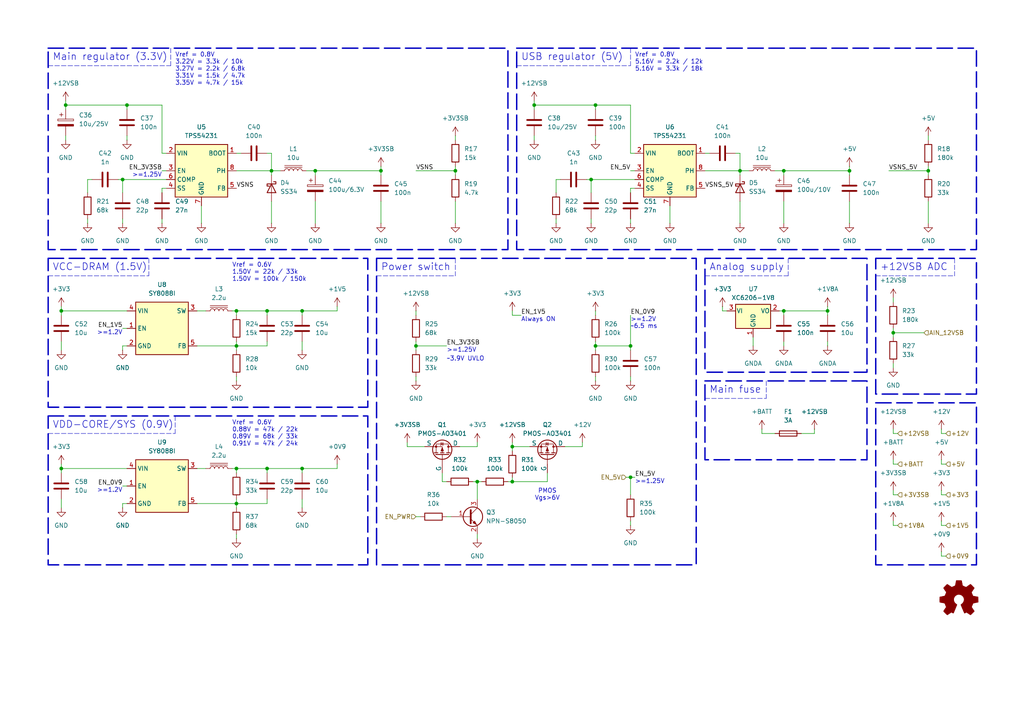
<source format=kicad_sch>
(kicad_sch (version 20231120) (generator "eeschema") (generator_version "8.0")
  (paper "A4")
  (title_block (title "PiVI") (rev "v1.0") (company "kuba2k2"))
  (junction (at 110.49 49.53))
  (junction (at 35.56 52.07))
  (junction (at 78.74 49.53))
  (junction (at 36.83 30.48))
  (junction (at 19.05 30.48))
  (junction (at 154.94 30.48))
  (junction (at 91.44 49.53))
  (junction (at 138.43 139.7))
  (junction (at 132.08 49.53))
  (junction (at 148.59 129.54))
  (junction (at 171.45 52.07))
  (junction (at 214.63 49.53))
  (junction (at 77.47 135.89))
  (junction (at 77.47 90.17))
  (junction (at 17.78 135.89))
  (junction (at 227.33 49.53))
  (junction (at 148.59 139.7))
  (junction (at 240.03 90.17))
  (junction (at 172.72 30.48))
  (junction (at 182.88 100.33))
  (junction (at 68.58 90.17))
  (junction (at 87.63 90.17))
  (junction (at 68.58 146.05))
  (junction (at 120.65 100.33))
  (junction (at 246.38 49.53))
  (junction (at 172.72 100.33))
  (junction (at 87.63 135.89))
  (junction (at 68.58 135.89))
  (junction (at 227.33 90.17))
  (junction (at 68.58 100.33))
  (junction (at 182.88 138.43))
  (junction (at 259.08 96.52))
  (junction (at 269.24 49.53))
  (junction (at 17.78 90.17))
  (wire (pts (xy 118.11 129.54) (xy 118.11 128.27)))
  (wire (pts (xy 220.98 124.46) (xy 220.98 125.73)))
  (wire (pts (xy 120.65 149.86) (xy 121.92 149.86)))
  (wire (pts (xy 161.29 63.5) (xy 161.29 64.77)))
  (wire (pts (xy 226.06 90.17) (xy 227.33 90.17)))
  (wire (pts (xy 77.47 135.89) (xy 87.63 135.89)))
  (wire (pts (xy 36.83 100.33) (xy 35.56 100.33)))
  (wire (pts (xy 68.58 90.17) (xy 67.31 90.17)))
  (wire (pts (xy 36.83 30.48) (xy 36.83 31.75)))
  (polyline (pts (xy 228.6 74.93) (xy 228.6 80.01)) (stroke (width 0.127) (type dash)))
  (wire (pts (xy 35.56 140.97) (xy 36.83 140.97)))
  (wire (pts (xy 17.78 134.62) (xy 17.78 135.89)))
  (wire (pts (xy 163.83 129.54) (xy 168.91 129.54)))
  (wire (pts (xy 274.32 152.4) (xy 273.05 152.4)))
  (wire (pts (xy 17.78 90.17) (xy 17.78 91.44)))
  (wire (pts (xy 120.65 90.17) (xy 120.65 91.44)))
  (wire (pts (xy 132.08 58.42) (xy 132.08 64.77)))
  (wire (pts (xy 227.33 99.06) (xy 227.33 100.33)))
  (wire (pts (xy 259.08 105.41) (xy 259.08 106.68)))
  (wire (pts (xy 57.15 90.17) (xy 59.69 90.17)))
  (wire (pts (xy 138.43 139.7) (xy 138.43 144.78)))
  (wire (pts (xy 259.08 96.52) (xy 259.08 97.79)))
  (wire (pts (xy 57.15 146.05) (xy 68.58 146.05)))
  (wire (pts (xy 172.72 99.06) (xy 172.72 100.33)))
  (wire (pts (xy 35.56 52.07) (xy 35.56 55.88)))
  (wire (pts (xy 214.63 49.53) (xy 214.63 44.45)))
  (wire (pts (xy 46.99 49.53) (xy 48.26 49.53)))
  (wire (pts (xy 269.24 49.53) (xy 269.24 50.8)))
  (wire (pts (xy 232.41 125.73) (xy 236.22 125.73)))
  (wire (pts (xy 260.35 143.51) (xy 259.08 143.51)))
  (wire (pts (xy 34.29 52.07) (xy 35.56 52.07)))
  (wire (pts (xy 269.24 48.26) (xy 269.24 49.53)))
  (wire (pts (xy 158.75 137.16) (xy 158.75 139.7)))
  (wire (pts (xy 218.44 97.79) (xy 218.44 100.33)))
  (wire (pts (xy 77.47 90.17) (xy 77.47 91.44)))
  (wire (pts (xy 46.99 63.5) (xy 46.99 64.77)))
  (wire (pts (xy 273.05 133.35) (xy 273.05 134.62)))
  (wire (pts (xy 68.58 146.05) (xy 68.58 147.32)))
  (polyline (pts (xy 182.88 13.97) (xy 182.88 19.05)) (stroke (width 0.127) (type dash)))
  (wire (pts (xy 87.63 99.06) (xy 87.63 101.6)))
  (wire (pts (xy 182.88 63.5) (xy 182.88 64.77)))
  (wire (pts (xy 213.36 44.45) (xy 214.63 44.45)))
  (wire (pts (xy 35.56 95.25) (xy 36.83 95.25)))
  (wire (pts (xy 182.88 30.48) (xy 182.88 44.45)))
  (wire (pts (xy 17.78 99.06) (xy 17.78 101.6)))
  (wire (pts (xy 68.58 109.22) (xy 68.58 110.49)))
  (wire (pts (xy 246.38 48.26) (xy 246.38 49.53)))
  (wire (pts (xy 138.43 129.54) (xy 138.43 128.27)))
  (wire (pts (xy 214.63 49.53) (xy 217.17 49.53)))
  (wire (pts (xy 91.44 49.53) (xy 110.49 49.53)))
  (wire (pts (xy 129.54 139.7) (xy 128.27 139.7)))
  (wire (pts (xy 273.05 124.46) (xy 273.05 125.73)))
  (wire (pts (xy 35.56 100.33) (xy 35.56 101.6)))
  (polyline (pts (xy 254 80.01) (xy 276.86 80.01)) (stroke (width 0.127) (type dash)))
  (wire (pts (xy 68.58 135.89) (xy 77.47 135.89)))
  (wire (pts (xy 87.63 135.89) (xy 97.79 135.89)))
  (wire (pts (xy 148.59 129.54) (xy 153.67 129.54)))
  (wire (pts (xy 269.24 39.37) (xy 269.24 40.64)))
  (wire (pts (xy 259.08 133.35) (xy 259.08 134.62)))
  (wire (pts (xy 120.65 99.06) (xy 120.65 100.33)))
  (wire (pts (xy 182.88 100.33) (xy 182.88 101.6)))
  (wire (pts (xy 68.58 44.45) (xy 69.85 44.45)))
  (wire (pts (xy 158.75 139.7) (xy 148.59 139.7)))
  (wire (pts (xy 91.44 49.53) (xy 91.44 50.8)))
  (wire (pts (xy 154.94 30.48) (xy 154.94 31.75)))
  (polyline (pts (xy 49.53 13.97) (xy 49.53 19.05)) (stroke (width 0.127) (type dash)))
  (wire (pts (xy 246.38 49.53) (xy 246.38 50.8)))
  (polyline (pts (xy 13.97 80.01) (xy 43.18 80.01)) (stroke (width 0.127) (type dash)))
  (wire (pts (xy 260.35 152.4) (xy 259.08 152.4)))
  (wire (pts (xy 210.82 90.17) (xy 209.55 90.17)))
  (wire (pts (xy 154.94 30.48) (xy 172.72 30.48)))
  (wire (pts (xy 227.33 49.53) (xy 246.38 49.53)))
  (wire (pts (xy 68.58 90.17) (xy 77.47 90.17)))
  (wire (pts (xy 120.65 100.33) (xy 120.65 101.6)))
  (wire (pts (xy 88.9 49.53) (xy 91.44 49.53)))
  (wire (pts (xy 17.78 90.17) (xy 36.83 90.17)))
  (wire (pts (xy 77.47 135.89) (xy 77.47 137.16)))
  (wire (pts (xy 97.79 134.62) (xy 97.79 135.89)))
  (wire (pts (xy 48.26 52.07) (xy 35.56 52.07)))
  (wire (pts (xy 227.33 58.42) (xy 227.33 64.77)))
  (wire (pts (xy 172.72 30.48) (xy 172.72 31.75)))
  (wire (pts (xy 36.83 30.48) (xy 46.99 30.48)))
  (wire (pts (xy 172.72 100.33) (xy 172.72 101.6)))
  (wire (pts (xy 87.63 90.17) (xy 87.63 91.44)))
  (wire (pts (xy 77.47 44.45) (xy 78.74 44.45)))
  (wire (pts (xy 148.59 129.54) (xy 148.59 128.27)))
  (wire (pts (xy 194.31 59.69) (xy 194.31 64.77)))
  (wire (pts (xy 57.15 100.33) (xy 68.58 100.33)))
  (wire (pts (xy 132.08 39.37) (xy 132.08 40.64)))
  (wire (pts (xy 259.08 151.13) (xy 259.08 152.4)))
  (wire (pts (xy 273.05 143.51) (xy 273.05 142.24)))
  (wire (pts (xy 204.47 49.53) (xy 214.63 49.53)))
  (wire (pts (xy 148.59 139.7) (xy 148.59 138.43)))
  (wire (pts (xy 154.94 29.21) (xy 154.94 30.48)))
  (wire (pts (xy 171.45 52.07) (xy 171.45 55.88)))
  (wire (pts (xy 87.63 135.89) (xy 87.63 137.16)))
  (wire (pts (xy 19.05 39.37) (xy 19.05 40.64)))
  (wire (pts (xy 58.42 59.69) (xy 58.42 64.77)))
  (wire (pts (xy 182.88 44.45) (xy 184.15 44.45)))
  (wire (pts (xy 68.58 100.33) (xy 68.58 101.6)))
  (wire (pts (xy 68.58 146.05) (xy 77.47 146.05)))
  (wire (pts (xy 236.22 124.46) (xy 236.22 125.73)))
  (wire (pts (xy 168.91 129.54) (xy 168.91 128.27)))
  (wire (pts (xy 224.79 49.53) (xy 227.33 49.53)))
  (wire (pts (xy 68.58 49.53) (xy 78.74 49.53)))
  (wire (pts (xy 273.05 161.29) (xy 273.05 160.02)))
  (wire (pts (xy 182.88 54.61) (xy 182.88 55.88)))
  (wire (pts (xy 181.61 138.43) (xy 182.88 138.43)))
  (wire (pts (xy 110.49 49.53) (xy 110.49 50.8)))
  (wire (pts (xy 17.78 135.89) (xy 17.78 137.16)))
  (wire (pts (xy 172.72 100.33) (xy 182.88 100.33)))
  (wire (pts (xy 182.88 109.22) (xy 182.88 110.49)))
  (wire (pts (xy 35.56 63.5) (xy 35.56 64.77)))
  (wire (pts (xy 259.08 96.52) (xy 267.97 96.52)))
  (wire (pts (xy 138.43 139.7) (xy 139.7 139.7)))
  (wire (pts (xy 68.58 90.17) (xy 68.58 91.44)))
  (wire (pts (xy 184.15 54.61) (xy 182.88 54.61)))
  (polyline (pts (xy 13.97 19.05) (xy 49.53 19.05)) (stroke (width 0.127) (type dash)))
  (wire (pts (xy 35.56 146.05) (xy 35.56 147.32)))
  (wire (pts (xy 46.99 30.48) (xy 46.99 44.45)))
  (wire (pts (xy 148.59 91.44) (xy 148.59 90.17)))
  (wire (pts (xy 259.08 143.51) (xy 259.08 142.24)))
  (wire (pts (xy 17.78 135.89) (xy 36.83 135.89)))
  (wire (pts (xy 68.58 144.78) (xy 68.58 146.05)))
  (wire (pts (xy 123.19 129.54) (xy 118.11 129.54)))
  (polyline (pts (xy 13.97 125.73) (xy 50.8 125.73)) (stroke (width 0.127) (type dash)))
  (wire (pts (xy 17.78 144.78) (xy 17.78 147.32)))
  (polyline (pts (xy 109.22 80.01) (xy 132.08 80.01)) (stroke (width 0.127) (type dash)))
  (polyline (pts (xy 43.18 74.93) (xy 43.18 80.01)) (stroke (width 0.127) (type dash)))
  (wire (pts (xy 48.26 54.61) (xy 46.99 54.61)))
  (polyline (pts (xy 276.86 74.93) (xy 276.86 80.01)) (stroke (width 0.127) (type dash)))
  (wire (pts (xy 170.18 52.07) (xy 171.45 52.07)))
  (wire (pts (xy 171.45 63.5) (xy 171.45 64.77)))
  (wire (pts (xy 19.05 30.48) (xy 36.83 30.48)))
  (wire (pts (xy 227.33 90.17) (xy 227.33 91.44)))
  (wire (pts (xy 68.58 135.89) (xy 67.31 135.89)))
  (wire (pts (xy 227.33 49.53) (xy 227.33 50.8)))
  (wire (pts (xy 172.72 30.48) (xy 182.88 30.48)))
  (wire (pts (xy 273.05 134.62) (xy 274.32 134.62)))
  (wire (pts (xy 68.58 154.94) (xy 68.58 156.21)))
  (wire (pts (xy 273.05 152.4) (xy 273.05 151.13)))
  (wire (pts (xy 78.74 49.53) (xy 78.74 50.8)))
  (wire (pts (xy 240.03 90.17) (xy 240.03 91.44)))
  (wire (pts (xy 36.83 146.05) (xy 35.56 146.05)))
  (wire (pts (xy 68.58 135.89) (xy 68.58 137.16)))
  (wire (pts (xy 77.47 144.78) (xy 77.47 146.05)))
  (wire (pts (xy 25.4 63.5) (xy 25.4 64.77)))
  (wire (pts (xy 274.32 143.51) (xy 273.05 143.51)))
  (wire (pts (xy 138.43 154.94) (xy 138.43 156.21)))
  (polyline (pts (xy 50.8 120.65) (xy 50.8 125.73)) (stroke (width 0.127) (type dash)))
  (wire (pts (xy 257.81 49.53) (xy 269.24 49.53)))
  (wire (pts (xy 68.58 100.33) (xy 77.47 100.33)))
  (wire (pts (xy 77.47 90.17) (xy 87.63 90.17)))
  (wire (pts (xy 214.63 58.42) (xy 214.63 64.77)))
  (wire (pts (xy 182.88 151.13) (xy 182.88 152.4)))
  (wire (pts (xy 204.47 44.45) (xy 205.74 44.45)))
  (wire (pts (xy 78.74 49.53) (xy 81.28 49.53)))
  (wire (pts (xy 172.72 39.37) (xy 172.72 40.64)))
  (polyline (pts (xy 204.47 80.01) (xy 228.6 80.01)) (stroke (width 0.127) (type dash)))
  (wire (pts (xy 184.15 52.07) (xy 171.45 52.07)))
  (wire (pts (xy 97.79 88.9) (xy 97.79 90.17)))
  (wire (pts (xy 148.59 129.54) (xy 148.59 130.81)))
  (wire (pts (xy 259.08 95.25) (xy 259.08 96.52)))
  (wire (pts (xy 110.49 48.26) (xy 110.49 49.53)))
  (wire (pts (xy 57.15 135.89) (xy 59.69 135.89)))
  (wire (pts (xy 25.4 52.07) (xy 25.4 55.88)))
  (wire (pts (xy 154.94 39.37) (xy 154.94 40.64)))
  (wire (pts (xy 240.03 99.06) (xy 240.03 100.33)))
  (wire (pts (xy 120.65 49.53) (xy 132.08 49.53)))
  (wire (pts (xy 161.29 52.07) (xy 162.56 52.07)))
  (wire (pts (xy 269.24 58.42) (xy 269.24 64.77)))
  (wire (pts (xy 68.58 99.06) (xy 68.58 100.33)))
  (wire (pts (xy 46.99 44.45) (xy 48.26 44.45)))
  (wire (pts (xy 147.32 139.7) (xy 148.59 139.7)))
  (wire (pts (xy 209.55 88.9) (xy 209.55 90.17)))
  (wire (pts (xy 78.74 58.42) (xy 78.74 64.77)))
  (wire (pts (xy 120.65 100.33) (xy 129.54 100.33)))
  (wire (pts (xy 133.35 129.54) (xy 138.43 129.54)))
  (wire (pts (xy 17.78 88.9) (xy 17.78 90.17)))
  (wire (pts (xy 132.08 48.26) (xy 132.08 49.53)))
  (wire (pts (xy 259.08 134.62) (xy 260.35 134.62)))
  (wire (pts (xy 224.79 125.73) (xy 220.98 125.73)))
  (polyline (pts (xy 132.08 74.93) (xy 132.08 80.01)) (stroke (width 0.127) (type dash)))
  (wire (pts (xy 182.88 138.43) (xy 184.15 138.43)))
  (wire (pts (xy 110.49 58.42) (xy 110.49 64.77)))
  (wire (pts (xy 87.63 144.78) (xy 87.63 147.32)))
  (wire (pts (xy 260.35 125.73) (xy 259.08 125.73)))
  (wire (pts (xy 25.4 52.07) (xy 26.67 52.07)))
  (wire (pts (xy 172.72 90.17) (xy 172.72 91.44)))
  (wire (pts (xy 246.38 58.42) (xy 246.38 64.77)))
  (wire (pts (xy 259.08 125.73) (xy 259.08 124.46)))
  (wire (pts (xy 148.59 91.44) (xy 151.13 91.44)))
  (wire (pts (xy 36.83 39.37) (xy 36.83 40.64)))
  (wire (pts (xy 240.03 88.9) (xy 240.03 90.17)))
  (wire (pts (xy 128.27 137.16) (xy 128.27 139.7)))
  (wire (pts (xy 132.08 49.53) (xy 132.08 50.8)))
  (wire (pts (xy 161.29 52.07) (xy 161.29 55.88)))
  (wire (pts (xy 78.74 49.53) (xy 78.74 44.45)))
  (wire (pts (xy 227.33 90.17) (xy 240.03 90.17)))
  (wire (pts (xy 274.32 161.29) (xy 273.05 161.29)))
  (wire (pts (xy 172.72 109.22) (xy 172.72 110.49)))
  (wire (pts (xy 182.88 91.44) (xy 182.88 100.33)))
  (wire (pts (xy 87.63 90.17) (xy 97.79 90.17)))
  (polyline (pts (xy 149.86 19.05) (xy 182.88 19.05)) (stroke (width 0.127) (type dash)))
  (wire (pts (xy 129.54 149.86) (xy 130.81 149.86)))
  (wire (pts (xy 259.08 86.36) (xy 259.08 87.63)))
  (wire (pts (xy 19.05 30.48) (xy 19.05 31.75)))
  (wire (pts (xy 91.44 58.42) (xy 91.44 64.77)))
  (wire (pts (xy 214.63 49.53) (xy 214.63 50.8)))
  (wire (pts (xy 273.05 125.73) (xy 274.32 125.73)))
  (wire (pts (xy 46.99 54.61) (xy 46.99 55.88)))
  (polyline (pts (xy 204.47 115.57) (xy 222.25 115.57)) (stroke (width 0.127) (type dash)))
  (wire (pts (xy 182.88 49.53) (xy 184.15 49.53)))
  (polyline (pts (xy 222.25 110.49) (xy 222.25 115.57)) (stroke (width 0.127) (type dash)))
  (wire (pts (xy 19.05 29.21) (xy 19.05 30.48)))
  (wire (pts (xy 182.88 143.51) (xy 182.88 138.43)))
  (wire (pts (xy 77.47 99.06) (xy 77.47 100.33)))
  (wire (pts (xy 137.16 139.7) (xy 138.43 139.7)))
  (wire (pts (xy 120.65 109.22) (xy 120.65 110.49)))
  (rectangle (start 13.97 120.65) (end 106.68 163.83) (stroke (width 0.4064) (type dash)))
  (rectangle (start 13.97 74.93) (end 106.68 118.11) (stroke (width 0.4064) (type dash)))
  (rectangle (start 254 74.93) (end 283.21 114.3) (stroke (width 0.4064) (type dash)))
  (rectangle (start 109.22 74.93) (end 201.93 163.83) (stroke (width 0.4064) (type dash)))
  (rectangle (start 254 116.84) (end 283.21 163.83) (stroke (width 0.4064) (type dash)))
  (rectangle (start 204.47 110.49) (end 251.46 133.35) (stroke (width 0.4064) (type dash)))
  (rectangle (start 13.97 13.97) (end 147.32 72.39) (stroke (width 0.4064) (type dash)))
  (rectangle (start 149.86 13.97) (end 283.21 72.39) (stroke (width 0.4064) (type dash)))
  (rectangle (start 204.47 74.93) (end 251.46 107.95) (stroke (width 0.4064) (type dash)))
  (text ">=1.2V" (at 35.56 142.24 0) (effects (font (size 1.27 1.27)) (justify right)))
  (text "Analog supply" (at 205.74 78.74 0) (effects (font (size 2.032 2.032)) (justify left bottom)))
  (text ">=1.2V" (at 35.56 96.52 0) (effects (font (size 1.27 1.27)) (justify right)))
  (text "USB regulator (5V)" (at 151.13 17.78 0) (effects (font (size 2.032 2.032)) (justify left bottom)))
  (text "Main regulator (3.3V)" (at 15.24 17.78 0) (effects (font (size 2.032 2.032)) (justify left bottom)))
  (text ">=1.25V" (at 129.54 101.6 0) (effects (font (size 1.27 1.27)) (justify left)))
  (text "VDD-CORE/SYS (0.9V)" (at 15.24 124.46 0) (effects (font (size 2.032 2.032)) (justify left bottom)))
  (text "VCC-DRAM (1.5V)" (at 15.24 78.74 0) (effects (font (size 2.032 2.032)) (justify left bottom)))
  (text ">=1.2V" (at 182.88 92.71 0) (effects (font (size 1.27 1.27)) (justify left)))
  (text "~3.9V UVLO" (at 129.54 104.14 0) (effects (font (size 1.27 1.27)) (justify left)))
  (text "PMOS\nVgs>6V" (at 158.75 143.51 0) (effects (font (size 1.27 1.27))))
  (text "Main fuse" (at 205.74 114.3 0) (effects (font (size 2.032 2.032)) (justify left bottom)))
  (text "Vref = 0.8V\n5.16V = 2.2k / 12k\n5.16V = 3.3k / 18k" (at 184.15 15.24 0) (effects (font (size 1.27 1.27)) (justify left top)))
  (text "Power switch" (at 110.49 78.74 0) (effects (font (size 2.032 2.032)) (justify left bottom)))
  (text ">=1.25V" (at 46.99 50.8 0) (effects (font (size 1.27 1.27)) (justify right)))
  (text "Always ON" (at 151.13 92.71 0) (effects (font (size 1.27 1.27)) (justify left)))
  (text "Vref = 0.6V\n1.50V = 22k / 33k\n1.50V = 100k / 150k" (at 67.31 76.2 0) (effects (font (size 1.27 1.27)) (justify left top)))
  (text "Vref = 0.8V\n3.22V = 3.3k / 10k\n3.27V = 2.2k / 6.8k\n3.31V = 1.5k / 4.7k\n3.35V = 4.7k / 15k" (at 50.8 15.24 0) (effects (font (size 1.27 1.27)) (justify left top)))
  (text ">=1.25V" (at 184.15 139.7 0) (effects (font (size 1.27 1.27)) (justify left)))
  (text "~6.5 ms" (at 182.88 93.98 0) (effects (font (size 1.27 1.27)) (justify left top)))
  (text "+12VSB ADC" (at 255.27 78.74 0) (effects (font (size 2.032 2.032)) (justify left bottom)))
  (text "Vref = 0.6V\n0.88V = 47k / 22k\n0.89V = 68k / 33k\n0.91V = 47k / 24k" (at 67.31 121.92 0) (effects (font (size 1.27 1.27)) (justify left top)))
  (label "VSNS_5V" (at 257.81 49.53 0))
  (label "EN_3V3SB" (at 129.54 100.33 0))
  (label "VSNS" (at 120.65 49.53 0))
  (label "EN_5V" (at 184.15 138.43 0))
  (label "EN_3V3SB" (at 46.99 49.53 180))
  (label "EN_1V5" (at 151.13 91.44 0))
  (label "VSNS_5V" (at 204.47 54.61 0))
  (label "EN_0V9" (at 182.88 91.44 0))
  (label "EN_1V5" (at 35.56 95.25 180))
  (label "VSNS" (at 68.58 54.61 0))
  (label "EN_0V9" (at 35.56 140.97 180))
  (label "EN_5V" (at 182.88 49.53 180))
  (hierarchical_label "+1V8A" (shape input) (at 260.35 152.4 0))
  (hierarchical_label "+3V3" (shape input) (at 274.32 143.51 0))
  (hierarchical_label "EN_PWR" (shape input) (at 120.65 149.86 180))
  (hierarchical_label "+0V9" (shape input) (at 274.32 161.29 0))
  (hierarchical_label "+3V3SB" (shape input) (at 260.35 143.51 0))
  (hierarchical_label "+12V" (shape input) (at 274.32 125.73 0))
  (hierarchical_label "+BATT" (shape input) (at 260.35 134.62 0))
  (hierarchical_label "+1V5" (shape input) (at 274.32 152.4 0))
  (hierarchical_label "+5V" (shape input) (at 274.32 134.62 0))
  (hierarchical_label "EN_5V" (shape input) (at 181.61 138.43 180))
  (hierarchical_label "AIN_12VSB" (shape input) (at 267.97 96.52 0))
  (hierarchical_label "+12VSB" (shape input) (at 260.35 125.73 0))
  (symbol (lib_id "power:GND") (at 132.08 64.77 0) (unit 1)
    (property "Reference" "#PWR0129" (effects (hide yes)))
    (property "Value" "GND" (at 132.08 69.85 0))
    (property "Description" "Power symbol creates a global label with name \"GND\" , ground" (effects (hide yes)))
  )
  (symbol (lib_id "kuba2k2:+12VSB") (at 236.22 124.46 0) (unit 1)
    (property "Reference" "#PWR0158" (effects (hide yes)))
    (property "Value" "+12VSB" (at 236.22 119.38 0))
    (property "Description" "Power symbol creates a global label with name \"+12VSB\"" (effects (hide yes)))
  )
  (symbol (lib_id "power:GND") (at 35.56 147.32 0) (unit 1)
    (property "Reference" "#PWR0172" (effects (hide yes)))
    (property "Value" "GND" (at 35.56 152.4 0))
    (property "Description" "Power symbol creates a global label with name \"GND\" , ground" (effects (hide yes)))
  )
  (symbol (lib_id "power:GND") (at 171.45 64.77 0) (unit 1)
    (property "Reference" "#PWR0131" (effects (hide yes)))
    (property "Value" "GND" (at 171.45 69.85 0))
    (property "Description" "Power symbol creates a global label with name \"GND\" , ground" (effects (hide yes)))
  )
  (symbol (lib_id "Device:C") (at 87.63 95.25 0) (unit 1)
    (property "Reference" "C54" (at 91.44 93.9799 0) (effects (justify left)))
    (property "Value" "10u" (at 91.44 96.5199 0) (effects (justify left)))
    (property "Footprint" "Capacitor_SMD:C_0603_1608Metric" (effects (hide yes)))
    (property "Description" "Unpolarized capacitor" (effects (hide yes)))
    (property "MPN" "C19702" (effects (hide yes)))
  )
  (symbol (lib_id "power:GND") (at 68.58 110.49 0) (unit 1)
    (property "Reference" "#PWR0153" (effects (hide yes)))
    (property "Value" "GND" (at 68.58 115.57 0))
    (property "Description" "Power symbol creates a global label with name \"GND\" , ground" (effects (hide yes)))
  )
  (symbol (lib_id "power:GND") (at 172.72 40.64 0) (unit 1)
    (property "Reference" "#PWR0119" (effects (hide yes)))
    (property "Value" "GND" (at 172.72 45.72 0))
    (property "Description" "Power symbol creates a global label with name \"GND\" , ground" (effects (hide yes)))
  )
  (symbol (lib_id "Device:L_Iron") (at 63.5 90.17 90) (unit 1)
    (property "Reference" "L3" (at 63.5 83.82 90))
    (property "Value" "2.2u" (at 63.5 86.36 90))
    (property "Footprint" "Inductor_SMD:L_Sunlord_SWPA3015S" (effects (hide yes)))
    (property "Description" "Inductor with iron core" (effects (hide yes)))
    (property "MPN" "C43389" (effects (hide yes)))
  )
  (symbol (lib_id "Device:L_Iron") (at 220.98 49.53 90) (unit 1)
    (property "Reference" "L2" (at 220.98 43.18 90))
    (property "Value" "10u" (at 220.98 45.72 90))
    (property "Footprint" "Inductor_SMD:L_Changjiang_FNR4020S" (effects (hide yes)))
    (property "Description" "Inductor with iron core" (effects (hide yes)))
    (property "Var" "Power 12V(+!) 12VOTG(+!) *(-!)" (effects (hide yes)))
    (property "MPN" "C602032" (effects (hide yes)))
  )
  (symbol (lib_id "kuba2k2:+12VSB") (at 19.05 29.21 0) (unit 1)
    (property "Reference" "#PWR0112" (effects (hide yes)))
    (property "Value" "+12VSB" (at 19.05 24.13 0))
    (property "Description" "Power symbol creates a global label with name \"+12VSB\"" (effects (hide yes)))
  )
  (symbol (lib_id "Device:C_Polarized") (at 227.33 54.61 0) (unit 1)
    (property "Reference" "C46" (at 231.14 52.4509 0) (effects (justify left)))
    (property "Value" "100u/10V" (at 231.14 54.9909 0) (effects (justify left)))
    (property "Footprint" "Capacitor_Tantalum_SMD:CP_EIA-3528-21_Kemet-B" (effects (hide yes)))
    (property "Description" "Polarized capacitor" (effects (hide yes)))
    (property "MPN" "C129567" (effects (hide yes)))
  )
  (symbol (lib_id "power:+5V") (at 246.38 48.26 0) (unit 1)
    (property "Reference" "#PWR0121" (effects (hide yes)))
    (property "Value" "+5V" (at 246.38 43.18 0))
    (property "Description" "Power symbol creates a global label with name \"+5V\"" (effects (hide yes)))
  )
  (symbol (lib_id "Device:C") (at 172.72 35.56 0) (unit 1)
    (property "Reference" "C39" (at 176.53 34.2899 0) (effects (justify left)))
    (property "Value" "100n" (at 176.53 36.8299 0) (effects (justify left)))
    (property "Footprint" "Capacitor_SMD:C_0603_1608Metric" (effects (hide yes)))
    (property "Description" "Unpolarized capacitor" (effects (hide yes)))
    (property "Var" "Power 12V(+!) 12VOTG(+!) *(-!)" (effects (hide yes)))
    (property "MPN" "C14663" (effects (hide yes)))
  )
  (symbol (lib_id "power:+5V") (at 273.05 133.35 0) (unit 1)
    (property "Reference" "#PWR0166" (effects (hide yes)))
    (property "Value" "+5V" (at 273.05 128.27 0))
    (property "Description" "Power symbol creates a global label with name \"+5V\"" (effects (hide yes)))
  )
  (symbol (lib_name "Q_PMOS_GSD_1") (lib_id "Device:Q_PMOS_GSD") (at 128.27 132.08 270) (mirror x) (unit 1)
    (property "Reference" "Q1" (at 128.27 123.19 90))
    (property "Value" "PMOS-AO3401" (at 128.27 125.73 90))
    (property "Footprint" "Package_TO_SOT_SMD:SOT-23" (effects (hide yes)))
    (property "Description" "P-MOSFET transistor, gate/source/drain" (effects (hide yes)))
    (property "MPN" "C20628875" (effects (hide yes)))
  )
  (symbol (lib_id "power:GND") (at 91.44 64.77 0) (unit 1)
    (property "Reference" "#PWR0127" (effects (hide yes)))
    (property "Value" "GND" (at 91.44 69.85 0))
    (property "Description" "Power symbol creates a global label with name \"GND\" , ground" (effects (hide yes)))
  )
  (symbol (lib_id "power:GND") (at 78.74 64.77 0) (unit 1)
    (property "Reference" "#PWR0126" (effects (hide yes)))
    (property "Value" "GND" (at 78.74 69.85 0))
    (property "Description" "Power symbol creates a global label with name \"GND\" , ground" (effects (hide yes)))
  )
  (symbol (lib_id "power:GND") (at 87.63 147.32 0) (unit 1)
    (property "Reference" "#PWR0173" (effects (hide yes)))
    (property "Value" "GND" (at 87.63 152.4 0))
    (property "Description" "Power symbol creates a global label with name \"GND\" , ground" (effects (hide yes)))
  )
  (symbol (lib_id "Device:R") (at 269.24 44.45 180) (unit 1)
    (property "Reference" "R18" (at 271.78 43.1799 0) (effects (justify right)))
    (property "Value" "180k" (at 271.78 45.7199 0) (effects (justify right)))
    (property "Footprint" "Resistor_SMD:R_0603_1608Metric" (effects (hide yes)))
    (property "Description" "Resistor" (effects (hide yes)))
    (property "Var" "Power 12V(+!) 12VOTG(+!) *(-!)" (effects (hide yes)))
    (property "MPN" "C2907109" (effects (hide yes)))
  )
  (symbol (lib_id "Device:C") (at 77.47 140.97 0) (unit 1)
    (property "Reference" "C59" (at 81.28 139.6999 0) (effects (justify left)))
    (property "Value" "22p" (at 81.28 142.2399 0) (effects (justify left)))
    (property "Footprint" "Capacitor_SMD:C_0603_1608Metric" (effects (hide yes)))
    (property "Description" "Unpolarized capacitor" (effects (hide yes)))
    (property "MPN" "C105620" (effects (hide yes)))
  )
  (symbol (lib_id "kuba2k2:+0V9") (at 97.79 134.62 0) (unit 1)
    (property "Reference" "#PWR0168" (effects (hide yes)))
    (property "Value" "+0V9" (at 97.79 129.54 0))
    (property "Description" "Power symbol creates a global label with name \"+0V9\"" (effects (hide yes)))
  )
  (symbol (lib_id "power:GND") (at 35.56 101.6 0) (unit 1)
    (property "Reference" "#PWR0150" (effects (hide yes)))
    (property "Value" "GND" (at 35.56 106.68 0))
    (property "Description" "Power symbol creates a global label with name \"GND\" , ground" (effects (hide yes)))
  )
  (symbol (lib_id "Device:R") (at 133.35 139.7 90) (unit 1)
    (property "Reference" "R32" (at 133.35 133.35 90))
    (property "Value" "100k" (at 133.35 135.89 90))
    (property "Footprint" "Resistor_SMD:R_0603_1608Metric" (effects (hide yes)))
    (property "Description" "Resistor" (effects (hide yes)))
    (property "MPN" "C2907088" (effects (hide yes)))
  )
  (symbol (lib_id "Device:R") (at 269.24 54.61 180) (unit 1)
    (property "Reference" "R20" (at 271.78 53.3399 0) (effects (justify right)))
    (property "Value" "33k" (at 271.78 55.8799 0) (effects (justify right)))
    (property "Footprint" "Resistor_SMD:R_0603_1608Metric" (effects (hide yes)))
    (property "Description" "Resistor" (effects (hide yes)))
    (property "Var" "Power 12V(+!) 12VOTG(+!) *(-!)" (effects (hide yes)))
    (property "MPN" "C2907153" (effects (hide yes)))
  )
  (symbol (lib_id "Device:C") (at 182.88 105.41 0) (unit 1)
    (property "Reference" "C57" (at 186.69 104.1399 0) (effects (justify left)))
    (property "Value" "100n" (at 186.69 106.6799 0) (effects (justify left)))
    (property "Footprint" "Capacitor_SMD:C_0603_1608Metric" (effects (hide yes)))
    (property "Description" "Unpolarized capacitor" (effects (hide yes)))
    (property "MPN" "C14663" (effects (hide yes)))
  )
  (symbol (lib_id "Device:C") (at 30.48 52.07 270) (unit 1)
    (property "Reference" "C42" (at 30.48 44.45 90))
    (property "Value" "1n" (at 30.48 46.99 90))
    (property "Footprint" "Capacitor_SMD:C_0603_1608Metric" (effects (hide yes)))
    (property "Description" "Unpolarized capacitor" (effects (hide yes)))
    (property "MPN" "C100040" (effects (hide yes)))
  )
  (symbol (lib_id "Device:C") (at 154.94 35.56 0) (unit 1)
    (property "Reference" "C38" (at 158.75 34.2899 0) (effects (justify left)))
    (property "Value" "10u/25V" (at 158.75 36.8299 0) (effects (justify left)))
    (property "Footprint" "Capacitor_SMD:C_0805_2012Metric" (effects (hide yes)))
    (property "Description" "Unpolarized capacitor" (effects (hide yes)))
    (property "Var" "Power 12V(+!) 12VOTG(+!) *(-!)" (effects (hide yes)))
    (property "MPN" "C15850" (effects (hide yes)))
  )
  (symbol (lib_id "power:+12V") (at 273.05 124.46 0) (unit 1)
    (property "Reference" "#PWR0160" (effects (hide yes)))
    (property "Value" "+12V" (at 273.05 119.38 0))
    (property "Description" "Power symbol creates a global label with name \"+12V\"" (effects (hide yes)))
  )
  (symbol (lib_id "Device:C") (at 87.63 140.97 0) (unit 1)
    (property "Reference" "C60" (at 91.44 139.6999 0) (effects (justify left)))
    (property "Value" "10u" (at 91.44 142.2399 0) (effects (justify left)))
    (property "Footprint" "Capacitor_SMD:C_0603_1608Metric" (effects (hide yes)))
    (property "Description" "Unpolarized capacitor" (effects (hide yes)))
    (property "MPN" "C19702" (effects (hide yes)))
  )
  (symbol (lib_id "power:+3V3") (at 17.78 88.9 0) (unit 1)
    (property "Reference" "#PWR0139" (effects (hide yes)))
    (property "Value" "+3V3" (at 17.78 83.82 0))
    (property "Description" "Power symbol creates a global label with name \"+3V3\"" (effects (hide yes)))
  )
  (symbol (lib_id "Device:C") (at 73.66 44.45 90) (unit 1)
    (property "Reference" "C40" (at 73.66 36.83 90))
    (property "Value" "100n" (at 73.66 39.37 90))
    (property "Footprint" "Capacitor_SMD:C_0603_1608Metric" (effects (hide yes)))
    (property "Description" "Unpolarized capacitor" (effects (hide yes)))
    (property "MPN" "C14663" (effects (hide yes)))
  )
  (symbol (lib_id "power:GNDA") (at 227.33 100.33 0) (unit 1)
    (property "Reference" "#PWR0147" (effects (hide yes)))
    (property "Value" "GNDA" (at 227.33 105.41 0))
    (property "Description" "Power symbol creates a global label with name \"GNDA\" , analog ground" (effects (hide yes)))
  )
  (symbol (lib_id "power:GND") (at 182.88 64.77 0) (unit 1)
    (property "Reference" "#PWR0132" (effects (hide yes)))
    (property "Value" "GND" (at 182.88 69.85 0))
    (property "Description" "Power symbol creates a global label with name \"GND\" , ground" (effects (hide yes)))
  )
  (symbol (lib_id "power:GND") (at 19.05 40.64 0) (unit 1)
    (property "Reference" "#PWR0116" (effects (hide yes)))
    (property "Value" "GND" (at 19.05 45.72 0))
    (property "Description" "Power symbol creates a global label with name \"GND\" , ground" (effects (hide yes)))
  )
  (symbol (lib_id "kuba2k2:+3V3SB") (at 110.49 48.26 0) (unit 1)
    (property "Reference" "#PWR0120" (effects (hide yes)))
    (property "Value" "+3V3SB" (at 110.49 43.18 0))
    (property "Description" "Power symbol creates a global label with name \"+3V3SB\"" (effects (hide yes)))
  )
  (symbol (lib_id "Device:C") (at 240.03 95.25 0) (unit 1)
    (property "Reference" "C56" (at 243.84 93.9799 0) (effects (justify left)))
    (property "Value" "10u" (at 243.84 96.5199 0) (effects (justify left)))
    (property "Footprint" "Capacitor_SMD:C_0603_1608Metric" (effects (hide yes)))
    (property "Description" "Unpolarized capacitor" (effects (hide yes)))
    (property "MPN" "C19702" (effects (hide yes)))
  )
  (symbol (lib_id "Device:C") (at 17.78 95.25 0) (unit 1)
    (property "Reference" "C52" (at 21.59 93.9799 0) (effects (justify left)))
    (property "Value" "10u" (at 21.59 96.5199 0) (effects (justify left)))
    (property "Footprint" "Capacitor_SMD:C_0603_1608Metric" (effects (hide yes)))
    (property "Description" "Unpolarized capacitor" (effects (hide yes)))
    (property "MPN" "C19702" (effects (hide yes)))
  )
  (symbol (lib_id "Device:R") (at 68.58 140.97 0) (unit 1)
    (property "Reference" "R34" (at 71.12 139.6999 0) (effects (justify left)))
    (property "Value" "33k" (at 71.12 142.2399 0) (effects (justify left)))
    (property "Footprint" "Resistor_SMD:R_0603_1608Metric" (effects (hide yes)))
    (property "Description" "Resistor" (effects (hide yes)))
    (property "MPN" "C2907153" (effects (hide yes)))
  )
  (symbol (lib_id "Device:Q_NPN_BEC") (at 135.89 149.86 0) (unit 1)
    (property "Reference" "Q3" (at 140.97 148.5899 0) (effects (justify left)))
    (property "Value" "NPN-S8050" (at 140.97 151.1299 0) (effects (justify left)))
    (property "Footprint" "Package_TO_SOT_SMD:SOT-23" (effects (hide yes)))
    (property "Description" "NPN transistor, base/emitter/collector" (effects (hide yes)))
    (property "MPN" "C181158" (effects (hide yes)))
  )
  (symbol (lib_id "Device:R") (at 148.59 134.62 0) (unit 1)
    (property "Reference" "R31" (at 151.13 133.3499 0) (effects (justify left)))
    (property "Value" "100k" (at 151.13 135.8899 0) (effects (justify left)))
    (property "Footprint" "Resistor_SMD:R_0603_1608Metric" (effects (hide yes)))
    (property "Description" "Resistor" (effects (hide yes)))
    (property "MPN" "C2907088" (effects (hide yes)))
  )
  (symbol (lib_id "power:GND") (at 259.08 106.68 0) (unit 1)
    (property "Reference" "#PWR0152" (effects (hide yes)))
    (property "Value" "GND" (at 259.08 111.76 0))
    (property "Description" "Power symbol creates a global label with name \"GND\" , ground" (effects (hide yes)))
  )
  (symbol (lib_id "power:GND") (at 194.31 64.77 0) (unit 1)
    (property "Reference" "#PWR0133" (effects (hide yes)))
    (property "Value" "GND" (at 194.31 69.85 0))
    (property "Description" "Power symbol creates a global label with name \"GND\" , ground" (effects (hide yes)))
  )
  (symbol (lib_id "power:+3V3") (at 172.72 90.17 0) (unit 1)
    (property "Reference" "#PWR0145" (effects (hide yes)))
    (property "Value" "+3V3" (at 172.72 85.09 0))
    (property "Description" "Power symbol creates a global label with name \"+3V3\"" (effects (hide yes)))
  )
  (symbol (lib_id "kuba2k2:DC-DC-BUCK") (at 46.99 95.25 0) (unit 1)
    (property "Reference" "U8" (at 46.99 82.55 0))
    (property "Value" "SY8088I" (at 46.99 85.09 0))
    (property "Footprint" "Package_TO_SOT_SMD:TSOT-23-5" (effects (hide yes)))
    (property "Description" "DC-DC Converter" (effects (hide yes)))
    (property "MPN" "C479072" (effects (hide yes)))
  )
  (symbol (lib_id "Device:R") (at 172.72 95.25 0) (unit 1)
    (property "Reference" "R26" (at 175.26 93.9799 0) (effects (justify left)))
    (property "Value" "100k" (at 175.26 96.5199 0) (effects (justify left)))
    (property "Footprint" "Resistor_SMD:R_0603_1608Metric" (effects (hide yes)))
    (property "Description" "Resistor" (effects (hide yes)))
    (property "MPN" "C2907088" (effects (hide yes)))
  )
  (symbol (lib_id "Device:Q_PMOS_GSD") (at 158.75 132.08 270) (mirror x) (unit 1)
    (property "Reference" "Q2" (at 158.75 123.19 90))
    (property "Value" "PMOS-AO3401" (at 158.75 125.73 90))
    (property "Footprint" "Package_TO_SOT_SMD:SOT-23" (effects (hide yes)))
    (property "Description" "P-MOSFET transistor, gate/source/drain" (effects (hide yes)))
    (property "MPN" "C20628875" (effects (hide yes)))
  )
  (symbol (lib_id "power:GND") (at 269.24 64.77 0) (unit 1)
    (property "Reference" "#PWR0137" (effects (hide yes)))
    (property "Value" "GND" (at 269.24 69.85 0))
    (property "Description" "Power symbol creates a global label with name \"GND\" , ground" (effects (hide yes)))
  )
  (symbol (lib_id "power:GND") (at 172.72 110.49 0) (unit 1)
    (property "Reference" "#PWR0155" (effects (hide yes)))
    (property "Value" "GND" (at 172.72 115.57 0))
    (property "Description" "Power symbol creates a global label with name \"GND\" , ground" (effects (hide yes)))
  )
  (symbol (lib_id "power:+5V") (at 269.24 39.37 0) (unit 1)
    (property "Reference" "#PWR0115" (effects (hide yes)))
    (property "Value" "+5V" (at 269.24 34.29 0))
    (property "Description" "Power symbol creates a global label with name \"+5V\"" (effects (hide yes)))
  )
  (symbol (lib_id "kuba2k2:+12VSB") (at 148.59 128.27 0) (unit 1)
    (property "Reference" "#PWR0163" (effects (hide yes)))
    (property "Value" "+12VSB" (at 148.59 123.19 0))
    (property "Description" "Power symbol creates a global label with name \"+12VSB\"" (effects (hide yes)))
  )
  (symbol (lib_id "Device:D_Schottky") (at 214.63 54.61 270) (unit 1)
    (property "Reference" "D5" (at 217.17 53.0224 90) (effects (justify left)))
    (property "Value" "SS34" (at 217.17 55.5624 90) (effects (justify left)))
    (property "Footprint" "Diode_SMD:D_SMA" (effects (hide yes)))
    (property "Description" "Schottky diode" (effects (hide yes)))
    (property "Var" "Power 12V(+!) 12VOTG(+!) *(-!)" (effects (hide yes)))
    (property "MPN" "C2836396" (effects (hide yes)))
  )
  (symbol (lib_id "Device:R") (at 68.58 151.13 0) (unit 1)
    (property "Reference" "R37" (at 71.12 149.8599 0) (effects (justify left)))
    (property "Value" "68k" (at 71.12 152.3999 0) (effects (justify left)))
    (property "Footprint" "Resistor_SMD:R_0603_1608Metric" (effects (hide yes)))
    (property "Description" "Resistor" (effects (hide yes)))
    (property "MPN" "C2907196" (effects (hide yes)))
  )
  (symbol (lib_id "Device:R") (at 68.58 95.25 0) (unit 1)
    (property "Reference" "R24" (at 71.12 93.9799 0) (effects (justify left)))
    (property "Value" "15k" (at 71.12 96.5199 0) (effects (justify left)))
    (property "Footprint" "Resistor_SMD:R_0603_1608Metric" (effects (hide yes)))
    (property "Description" "Resistor" (effects (hide yes)))
    (property "MPN" "C2907104" (effects (hide yes)))
  )
  (symbol (lib_id "Device:R") (at 120.65 95.25 0) (unit 1)
    (property "Reference" "R25" (at 123.19 93.9799 0) (effects (justify left)))
    (property "Value" "68k" (at 123.19 96.5199 0) (effects (justify left)))
    (property "Footprint" "Resistor_SMD:R_0603_1608Metric" (effects (hide yes)))
    (property "Description" "Resistor" (effects (hide yes)))
    (property "MPN" "C2907196" (effects (hide yes)))
  )
  (symbol (lib_id "power:GND") (at 17.78 147.32 0) (unit 1)
    (property "Reference" "#PWR0171" (effects (hide yes)))
    (property "Value" "GND" (at 17.78 152.4 0))
    (property "Description" "Power symbol creates a global label with name \"GND\" , ground" (effects (hide yes)))
  )
  (symbol (lib_id "power:+3V3") (at 209.55 88.9 0) (unit 1)
    (property "Reference" "#PWR0141" (effects (hide yes)))
    (property "Value" "+3V3" (at 209.55 83.82 0))
    (property "Description" "Power symbol creates a global label with name \"+3V3\"" (effects (hide yes)))
  )
  (symbol (lib_id "Device:C") (at 209.55 44.45 90) (unit 1)
    (property "Reference" "C41" (at 209.55 36.83 90))
    (property "Value" "100n" (at 209.55 39.37 90))
    (property "Footprint" "Capacitor_SMD:C_0603_1608Metric" (effects (hide yes)))
    (property "Description" "Unpolarized capacitor" (effects (hide yes)))
    (property "Var" "Power 12V(+!) 12VOTG(+!) *(-!)" (effects (hide yes)))
    (property "MPN" "C14663" (effects (hide yes)))
  )
  (symbol (lib_id "Device:R") (at 68.58 105.41 0) (unit 1)
    (property "Reference" "R28" (at 71.12 104.1399 0) (effects (justify left)))
    (property "Value" "10k" (at 71.12 106.6799 0) (effects (justify left)))
    (property "Footprint" "Resistor_SMD:R_0603_1608Metric" (effects (hide yes)))
    (property "Description" "Resistor" (effects (hide yes)))
    (property "MPN" "C2930027" (effects (hide yes)))
  )
  (symbol (lib_id "Device:C_Polarized") (at 19.05 35.56 0) (unit 1)
    (property "Reference" "C36" (at 22.86 33.4009 0) (effects (justify left)))
    (property "Value" "10u/25V" (at 22.86 35.9409 0) (effects (justify left)))
    (property "Footprint" "Capacitor_Tantalum_SMD:CP_EIA-3528-21_Kemet-B" (effects (hide yes)))
    (property "Description" "Polarized capacitor" (effects (hide yes)))
    (property "MPN" "C119050" (effects (hide yes)))
  )
  (symbol (lib_id "power:GND") (at 36.83 40.64 0) (unit 1)
    (property "Reference" "#PWR0117" (effects (hide yes)))
    (property "Value" "GND" (at 36.83 45.72 0))
    (property "Description" "Power symbol creates a global label with name \"GND\" , ground" (effects (hide yes)))
  )
  (symbol (lib_id "Regulator_Switching:TPS54233") (at 194.31 49.53 0) (unit 1)
    (property "Reference" "U6" (at 194.31 36.83 0))
    (property "Value" "TPS54231" (at 194.31 39.37 0))
    (property "Footprint" "Package_SO:SOIC-8_3.9x4.9mm_P1.27mm" (effects (hide yes)))
    (property "Datasheet" "http://www.ti.com/lit/ds/symlink/tps54233.pdf" (effects (hide yes)))
    (property "Description" "2A, Step Down DC-DC Converter with Eco-mode, 3.5-28V Input Voltage, SO-8" (effects (hide yes)))
    (property "Var" "Power 12V(+!) 12VOTG(+!) *(-!)" (effects (hide yes)))
    (property "MPN" "C28023" (effects (hide yes)))
  )
  (symbol (lib_id "power:GND") (at 46.99 64.77 0) (unit 1)
    (property "Reference" "#PWR0124" (effects (hide yes)))
    (property "Value" "GND" (at 46.99 69.85 0))
    (property "Description" "Power symbol creates a global label with name \"GND\" , ground" (effects (hide yes)))
  )
  (symbol (lib_id "power:GND") (at 25.4 64.77 0) (unit 1)
    (property "Reference" "#PWR0122" (effects (hide yes)))
    (property "Value" "GND" (at 25.4 69.85 0))
    (property "Description" "Power symbol creates a global label with name \"GND\" , ground" (effects (hide yes)))
  )
  (symbol (lib_id "power:GND") (at 182.88 110.49 0) (unit 1)
    (property "Reference" "#PWR0156" (effects (hide yes)))
    (property "Value" "GND" (at 182.88 115.57 0))
    (property "Description" "Power symbol creates a global label with name \"GND\" , ground" (effects (hide yes)))
  )
  (symbol (lib_id "Device:C") (at 182.88 59.69 0) (unit 1)
    (property "Reference" "C51" (at 186.69 58.4199 0) (effects (justify left)))
    (property "Value" "27n" (at 186.69 60.9599 0) (effects (justify left)))
    (property "Footprint" "Capacitor_SMD:C_0603_1608Metric" (effects (hide yes)))
    (property "Description" "Unpolarized capacitor" (effects (hide yes)))
    (property "Var" "Power 12V(+!) 12VOTG(+!) *(-!)" (effects (hide yes)))
    (property "MPN" "C107086" (effects (hide yes)))
  )
  (symbol (lib_id "kuba2k2:+1V8A") (at 259.08 151.13 0) (unit 1)
    (property "Reference" "#PWR0174" (effects (hide yes)))
    (property "Value" "+1V8A" (at 259.08 146.05 0))
    (property "Description" "Power symbol creates a global label with name \"+1V8A\"" (effects (hide yes)))
  )
  (symbol (lib_id "Device:R") (at 143.51 139.7 90) (unit 1)
    (property "Reference" "R33" (at 143.51 133.35 90))
    (property "Value" "100k" (at 143.51 135.89 90))
    (property "Footprint" "Resistor_SMD:R_0603_1608Metric" (effects (hide yes)))
    (property "Description" "Resistor" (effects (hide yes)))
    (property "MPN" "C2907088" (effects (hide yes)))
  )
  (symbol (lib_id "kuba2k2:+12VSB") (at 154.94 29.21 0) (unit 1)
    (property "Reference" "#PWR0113" (effects (hide yes)))
    (property "Value" "+12VSB" (at 154.94 24.13 0))
    (property "Description" "Power symbol creates a global label with name \"+12VSB\"" (effects (hide yes)))
  )
  (symbol (lib_id "Device:R") (at 172.72 105.41 0) (unit 1)
    (property "Reference" "R30" (at 175.26 104.1399 0) (effects (justify left)))
    (property "Value" "100k" (at 175.26 106.6799 0) (effects (justify left)))
    (property "Footprint" "Resistor_SMD:R_0603_1608Metric" (effects (hide yes)))
    (property "Description" "Resistor" (effects (hide yes)))
    (property "MPN" "C2907088" (effects (hide yes)))
  )
  (symbol (lib_id "power:GND") (at 227.33 64.77 0) (unit 1)
    (property "Reference" "#PWR0135" (effects (hide yes)))
    (property "Value" "GND" (at 227.33 69.85 0))
    (property "Description" "Power symbol creates a global label with name \"GND\" , ground" (effects (hide yes)))
  )
  (symbol (lib_id "power:+3V3") (at 138.43 128.27 0) (unit 1)
    (property "Reference" "#PWR0162" (effects (hide yes)))
    (property "Value" "+3V3" (at 138.43 123.19 0))
    (property "Description" "Power symbol creates a global label with name \"+3V3\"" (effects (hide yes)))
  )
  (symbol (lib_id "Device:D_Schottky") (at 78.74 54.61 270) (unit 1)
    (property "Reference" "D4" (at 81.28 53.0224 90) (effects (justify left)))
    (property "Value" "SS34" (at 81.28 55.5624 90) (effects (justify left)))
    (property "Footprint" "Diode_SMD:D_SMA" (effects (hide yes)))
    (property "Description" "Schottky diode" (effects (hide yes)))
    (property "MPN" "C2836396" (effects (hide yes)))
  )
  (symbol (lib_id "power:+3V3") (at 148.59 90.17 0) (unit 1)
    (property "Reference" "#PWR0144" (effects (hide yes)))
    (property "Value" "+3V3" (at 148.59 85.09 0))
    (property "Description" "Power symbol creates a global label with name \"+3V3\"" (effects (hide yes)))
  )
  (symbol (lib_id "power:+12V") (at 168.91 128.27 0) (unit 1)
    (property "Reference" "#PWR0164" (effects (hide yes)))
    (property "Value" "+12V" (at 168.91 123.19 0))
    (property "Description" "Power symbol creates a global label with name \"+12V\"" (effects (hide yes)))
  )
  (symbol (lib_id "Device:R") (at 182.88 147.32 0) (unit 1)
    (property "Reference" "R35" (at 185.42 146.0499 0) (effects (justify left)))
    (property "Value" "100k" (at 185.42 148.5899 0) (effects (justify left)))
    (property "Footprint" "Resistor_SMD:R_0603_1608Metric" (effects (hide yes)))
    (property "Description" "Resistor" (effects (hide yes)))
    (property "MPN" "C2907088" (effects (hide yes)))
  )
  (symbol (lib_id "power:+BATT") (at 259.08 133.35 0) (unit 1)
    (property "Reference" "#PWR0165" (effects (hide yes)))
    (property "Value" "+BATT" (at 259.08 128.27 0))
    (property "Description" "Power symbol creates a global label with name \"+BATT\"" (effects (hide yes)))
  )
  (symbol (lib_id "kuba2k2:+12VSB") (at 259.08 86.36 0) (unit 1)
    (property "Reference" "#PWR0138" (effects (hide yes)))
    (property "Value" "+12VSB" (at 259.08 81.28 0))
    (property "Description" "Power symbol creates a global label with name \"+12VSB\"" (effects (hide yes)))
  )
  (symbol (lib_id "power:+1V5") (at 273.05 151.13 0) (unit 1)
    (property "Reference" "#PWR0175" (effects (hide yes)))
    (property "Value" "+1V5" (at 273.05 146.05 0))
    (property "Description" "Power symbol creates a global label with name \"+1V5\"" (effects (hide yes)))
  )
  (symbol (lib_id "power:GND") (at 214.63 64.77 0) (unit 1)
    (property "Reference" "#PWR0134" (effects (hide yes)))
    (property "Value" "GND" (at 214.63 69.85 0))
    (property "Description" "Power symbol creates a global label with name \"GND\" , ground" (effects (hide yes)))
  )
  (symbol (lib_id "Device:R") (at 132.08 44.45 180) (unit 1)
    (property "Reference" "R17" (at 134.62 43.1799 0) (effects (justify right)))
    (property "Value" "15k" (at 134.62 45.7199 0) (effects (justify right)))
    (property "Footprint" "Resistor_SMD:R_0603_1608Metric" (effects (hide yes)))
    (property "Description" "Resistor" (effects (hide yes)))
    (property "MPN" "C2907104" (effects (hide yes)))
  )
  (symbol (lib_id "Device:R") (at 161.29 59.69 0) (unit 1)
    (property "Reference" "R22" (at 163.83 58.4199 0) (effects (justify left)))
    (property "Value" "68k" (at 163.83 60.9599 0) (effects (justify left)))
    (property "Footprint" "Resistor_SMD:R_0603_1608Metric" (effects (hide yes)))
    (property "Description" "Resistor" (effects (hide yes)))
    (property "Var" "Power 12V(+!) 12VOTG(+!) *(-!)" (effects (hide yes)))
    (property "MPN" "C2907196" (effects (hide yes)))
  )
  (symbol (lib_id "Regulator_Switching:TPS54233") (at 58.42 49.53 0) (unit 1)
    (property "Reference" "U5" (at 58.42 36.83 0))
    (property "Value" "TPS54231" (at 58.42 39.37 0))
    (property "Footprint" "Package_SO:SOIC-8_3.9x4.9mm_P1.27mm" (effects (hide yes)))
    (property "Datasheet" "http://www.ti.com/lit/ds/symlink/tps54233.pdf" (effects (hide yes)))
    (property "Description" "2A, Step Down DC-DC Converter with Eco-mode, 3.5-28V Input Voltage, SO-8" (effects (hide yes)))
    (property "MPN" "C28023" (effects (hide yes)))
  )
  (symbol (lib_id "Device:L_Iron") (at 63.5 135.89 90) (unit 1)
    (property "Reference" "L4" (at 63.5 129.54 90))
    (property "Value" "2.2u" (at 63.5 132.08 90))
    (property "Footprint" "Inductor_SMD:L_Sunlord_SWPA3015S" (effects (hide yes)))
    (property "Description" "Inductor with iron core" (effects (hide yes)))
    (property "MPN" "C43389" (effects (hide yes)))
  )
  (symbol (lib_id "Graphic:Logo_Open_Hardware_Small") (at 278.13 173.99 0) (unit 1) (exclude_from_sim yes) (in_bom no) (on_board no)
    (property "Reference" "#SYM1" (effects (hide yes)))
    (property "Value" "Logo_Open_Hardware_Small" (effects (hide yes)))
    (property "Description" "Open Hardware logo, small" (effects (hide yes)))
  )
  (symbol (lib_id "Device:C") (at 46.99 59.69 0) (unit 1)
    (property "Reference" "C49" (at 50.8 58.4199 0) (effects (justify left)))
    (property "Value" "27n" (at 50.8 60.9599 0) (effects (justify left)))
    (property "Footprint" "Capacitor_SMD:C_0603_1608Metric" (effects (hide yes)))
    (property "Description" "Unpolarized capacitor" (effects (hide yes)))
    (property "MPN" "C107086" (effects (hide yes)))
  )
  (symbol (lib_id "power:GND") (at 110.49 64.77 0) (unit 1)
    (property "Reference" "#PWR0128" (effects (hide yes)))
    (property "Value" "GND" (at 110.49 69.85 0))
    (property "Description" "Power symbol creates a global label with name \"GND\" , ground" (effects (hide yes)))
  )
  (symbol (lib_id "Device:R") (at 25.4 59.69 0) (unit 1)
    (property "Reference" "R21" (at 27.94 58.4199 0) (effects (justify left)))
    (property "Value" "68k" (at 27.94 60.9599 0) (effects (justify left)))
    (property "Footprint" "Resistor_SMD:R_0603_1608Metric" (effects (hide yes)))
    (property "Description" "Resistor" (effects (hide yes)))
    (property "MPN" "C2907196" (effects (hide yes)))
  )
  (symbol (lib_id "kuba2k2:+3V3SB") (at 118.11 128.27 0) (unit 1)
    (property "Reference" "#PWR0161" (effects (hide yes)))
    (property "Value" "+3V3SB" (at 118.11 123.19 0))
    (property "Description" "Power symbol creates a global label with name \"+3V3SB\"" (effects (hide yes)))
  )
  (symbol (lib_id "kuba2k2:+3V3SB") (at 259.08 142.24 0) (unit 1)
    (property "Reference" "#PWR0169" (effects (hide yes)))
    (property "Value" "+3V3SB" (at 259.08 137.16 0))
    (property "Description" "Power symbol creates a global label with name \"+3V3SB\"" (effects (hide yes)))
  )
  (symbol (lib_id "Device:C") (at 246.38 54.61 0) (unit 1)
    (property "Reference" "C47" (at 250.19 53.3399 0) (effects (justify left)))
    (property "Value" "100n" (at 250.19 55.8799 0) (effects (justify left)))
    (property "Footprint" "Capacitor_SMD:C_0603_1608Metric" (effects (hide yes)))
    (property "Description" "Unpolarized capacitor" (effects (hide yes)))
    (property "MPN" "C14663" (effects (hide yes)))
  )
  (symbol (lib_id "power:GND") (at 87.63 101.6 0) (unit 1)
    (property "Reference" "#PWR0151" (effects (hide yes)))
    (property "Value" "GND" (at 87.63 106.68 0))
    (property "Description" "Power symbol creates a global label with name \"GND\" , ground" (effects (hide yes)))
  )
  (symbol (lib_id "Device:C") (at 35.56 59.69 0) (unit 1)
    (property "Reference" "C48" (at 39.37 58.4199 0) (effects (justify left)))
    (property "Value" "22p" (at 39.37 60.9599 0) (effects (justify left)))
    (property "Footprint" "Capacitor_SMD:C_0603_1608Metric" (effects (hide yes)))
    (property "Description" "Unpolarized capacitor" (effects (hide yes)))
    (property "MPN" "C105620" (effects (hide yes)))
  )
  (symbol (lib_id "kuba2k2:+12VSB") (at 120.65 90.17 0) (unit 1)
    (property "Reference" "#PWR0143" (effects (hide yes)))
    (property "Value" "+12VSB" (at 120.65 85.09 0))
    (property "Description" "Power symbol creates a global label with name \"+12VSB\"" (effects (hide yes)))
  )
  (symbol (lib_id "power:GNDA") (at 240.03 100.33 0) (unit 1)
    (property "Reference" "#PWR0148" (effects (hide yes)))
    (property "Value" "GNDA" (at 240.03 105.41 0))
    (property "Description" "Power symbol creates a global label with name \"GNDA\" , analog ground" (effects (hide yes)))
  )
  (symbol (lib_id "Device:C") (at 36.83 35.56 0) (unit 1)
    (property "Reference" "C37" (at 40.64 34.2899 0) (effects (justify left)))
    (property "Value" "100n" (at 40.64 36.8299 0) (effects (justify left)))
    (property "Footprint" "Capacitor_SMD:C_0603_1608Metric" (effects (hide yes)))
    (property "Description" "Unpolarized capacitor" (effects (hide yes)))
    (property "MPN" "C14663" (effects (hide yes)))
  )
  (symbol (lib_id "kuba2k2:+1V8A") (at 240.03 88.9 0) (unit 1)
    (property "Reference" "#PWR0142" (effects (hide yes)))
    (property "Value" "+1V8A" (at 240.03 83.82 0))
    (property "Description" "Power symbol creates a global label with name \"+1V8A\"" (effects (hide yes)))
  )
  (symbol (lib_id "power:GND") (at 58.42 64.77 0) (unit 1)
    (property "Reference" "#PWR0125" (effects (hide yes)))
    (property "Value" "GND" (at 58.42 69.85 0))
    (property "Description" "Power symbol creates a global label with name \"GND\" , ground" (effects (hide yes)))
  )
  (symbol (lib_id "Device:R") (at 120.65 105.41 0) (unit 1)
    (property "Reference" "R29" (at 123.19 104.1399 0) (effects (justify left)))
    (property "Value" "33k" (at 123.19 106.6799 0) (effects (justify left)))
    (property "Footprint" "Resistor_SMD:R_0603_1608Metric" (effects (hide yes)))
    (property "Description" "Resistor" (effects (hide yes)))
    (property "MPN" "C2907153" (effects (hide yes)))
  )
  (symbol (lib_id "power:GND") (at 182.88 152.4 0) (unit 1)
    (property "Reference" "#PWR0176" (effects (hide yes)))
    (property "Value" "GND" (at 182.88 157.48 0))
    (property "Description" "Power symbol creates a global label with name \"GND\" , ground" (effects (hide yes)))
  )
  (symbol (lib_id "Device:C_Polarized") (at 91.44 54.61 0) (unit 1)
    (property "Reference" "C44" (at 95.25 52.4509 0) (effects (justify left)))
    (property "Value" "100u/6.3V" (at 95.25 54.9909 0) (effects (justify left)))
    (property "Footprint" "Capacitor_Tantalum_SMD:CP_EIA-3528-21_Kemet-B" (effects (hide yes)))
    (property "Description" "Polarized capacitor" (effects (hide yes)))
    (property "MPN" "C129289" (effects (hide yes)))
  )
  (symbol (lib_id "kuba2k2:DC-DC-BUCK") (at 46.99 140.97 0) (unit 1)
    (property "Reference" "U9" (at 46.99 128.27 0))
    (property "Value" "SY8088I" (at 46.99 130.81 0))
    (property "Footprint" "Package_TO_SOT_SMD:TSOT-23-5" (effects (hide yes)))
    (property "Description" "DC-DC Converter" (effects (hide yes)))
    (property "MPN" "C479072" (effects (hide yes)))
  )
  (symbol (lib_id "kuba2k2:+12VSB") (at 259.08 124.46 0) (unit 1)
    (property "Reference" "#PWR0159" (effects (hide yes)))
    (property "Value" "+12VSB" (at 259.08 119.38 0))
    (property "Description" "Power symbol creates a global label with name \"+12VSB\"" (effects (hide yes)))
  )
  (symbol (lib_id "Device:Fuse") (at 228.6 125.73 90) (unit 1)
    (property "Reference" "F1" (at 228.6 119.38 90))
    (property "Value" "3A" (at 228.6 121.92 90))
    (property "Footprint" "Fuse:Fuse_1206_3216Metric" (effects (hide yes)))
    (property "Description" "Fuse" (effects (hide yes)))
    (property "Var" "Power 12V(+!) 12VOTG(+!) *(-!)" (effects (hide yes)))
    (property "MPN" "C14165" (effects (hide yes)))
  )
  (symbol (lib_id "power:+3V3") (at 17.78 134.62 0) (unit 1)
    (property "Reference" "#PWR0167" (effects (hide yes)))
    (property "Value" "+3V3" (at 17.78 129.54 0))
    (property "Description" "Power symbol creates a global label with name \"+3V3\"" (effects (hide yes)))
  )
  (symbol (lib_id "power:GND") (at 246.38 64.77 0) (unit 1)
    (property "Reference" "#PWR0136" (effects (hide yes)))
    (property "Value" "GND" (at 246.38 69.85 0))
    (property "Description" "Power symbol creates a global label with name \"GND\" , ground" (effects (hide yes)))
  )
  (symbol (lib_id "Device:C") (at 17.78 140.97 0) (unit 1)
    (property "Reference" "C58" (at 21.59 139.6999 0) (effects (justify left)))
    (property "Value" "10u" (at 21.59 142.2399 0) (effects (justify left)))
    (property "Footprint" "Capacitor_SMD:C_0603_1608Metric" (effects (hide yes)))
    (property "Description" "Unpolarized capacitor" (effects (hide yes)))
    (property "MPN" "C19702" (effects (hide yes)))
  )
  (symbol (lib_id "power:+3V3") (at 273.05 142.24 0) (unit 1)
    (property "Reference" "#PWR0170" (effects (hide yes)))
    (property "Value" "+3V3" (at 273.05 137.16 0))
    (property "Description" "Power symbol creates a global label with name \"+3V3\"" (effects (hide yes)))
  )
  (symbol (lib_id "power:+BATT") (at 220.98 124.46 0) (unit 1)
    (property "Reference" "#PWR0157" (effects (hide yes)))
    (property "Value" "+BATT" (at 220.98 119.38 0))
    (property "Description" "Power symbol creates a global label with name \"+BATT\"" (effects (hide yes)))
  )
  (symbol (lib_id "Device:R") (at 259.08 91.44 180) (unit 1)
    (property "Reference" "R23" (at 261.62 90.1699 0) (effects (justify right)))
    (property "Value" "180k" (at 261.62 92.7099 0) (effects (justify right)))
    (property "Footprint" "Resistor_SMD:R_0603_1608Metric" (effects (hide yes)))
    (property "Description" "Resistor" (effects (hide yes)))
    (property "MPN" "C2907109" (effects (hide yes)))
  )
  (symbol (lib_id "Device:R") (at 132.08 54.61 180) (unit 1)
    (property "Reference" "R19" (at 134.62 53.3399 0) (effects (justify right)))
    (property "Value" "4.7k" (at 134.62 55.8799 0) (effects (justify right)))
    (property "Footprint" "Resistor_SMD:R_0603_1608Metric" (effects (hide yes)))
    (property "Description" "Resistor" (effects (hide yes)))
    (property "MPN" "C2907166" (effects (hide yes)))
  )
  (symbol (lib_id "Regulator_Linear:XC6206PxxxMR") (at 218.44 90.17 0) (unit 1)
    (property "Reference" "U7" (at 218.44 83.82 0))
    (property "Value" "XC6206-1V8" (at 218.44 86.36 0))
    (property "Footprint" "Package_TO_SOT_SMD:SOT-23-3" (effects (hide yes)))
    (property "Datasheet" "https://www.torexsemi.com/file/xc6206/XC6206.pdf" (effects (hide yes)))
    (property "Description" "Positive 60-250mA Low Dropout Regulator, Fixed Output, SOT-23" (effects (hide yes)))
    (property "MPN" "C5252894" (effects (hide yes)))
  )
  (symbol (lib_id "Device:C") (at 227.33 95.25 0) (unit 1)
    (property "Reference" "C55" (at 231.14 93.9799 0) (effects (justify left)))
    (property "Value" "100n" (at 231.14 96.5199 0) (effects (justify left)))
    (property "Footprint" "Capacitor_SMD:C_0603_1608Metric" (effects (hide yes)))
    (property "Description" "Unpolarized capacitor" (effects (hide yes)))
    (property "MPN" "C14663" (effects (hide yes)))
  )
  (symbol (lib_id "power:GND") (at 138.43 156.21 0) (unit 1)
    (property "Reference" "#PWR0178" (effects (hide yes)))
    (property "Value" "GND" (at 138.43 161.29 0))
    (property "Description" "Power symbol creates a global label with name \"GND\" , ground" (effects (hide yes)))
  )
  (symbol (lib_id "power:GNDA") (at 218.44 100.33 0) (unit 1)
    (property "Reference" "#PWR0146" (effects (hide yes)))
    (property "Value" "GNDA" (at 218.44 105.41 0))
    (property "Description" "Power symbol creates a global label with name \"GNDA\" , analog ground" (effects (hide yes)))
  )
  (symbol (lib_id "kuba2k2:+3V3SB") (at 132.08 39.37 0) (unit 1)
    (property "Reference" "#PWR0114" (effects (hide yes)))
    (property "Value" "+3V3SB" (at 132.08 34.29 0))
    (property "Description" "Power symbol creates a global label with name \"+3V3SB\"" (effects (hide yes)))
  )
  (symbol (lib_id "Device:C") (at 77.47 95.25 0) (unit 1)
    (property "Reference" "C53" (at 81.28 93.9799 0) (effects (justify left)))
    (property "Value" "22p" (at 81.28 96.5199 0) (effects (justify left)))
    (property "Footprint" "Capacitor_SMD:C_0603_1608Metric" (effects (hide yes)))
    (property "Description" "Unpolarized capacitor" (effects (hide yes)))
    (property "MPN" "C105620" (effects (hide yes)))
  )
  (symbol (lib_id "Device:C") (at 166.37 52.07 270) (unit 1)
    (property "Reference" "C43" (at 166.37 44.45 90))
    (property "Value" "1n" (at 166.37 46.99 90))
    (property "Footprint" "Capacitor_SMD:C_0603_1608Metric" (effects (hide yes)))
    (property "Description" "Unpolarized capacitor" (effects (hide yes)))
    (property "Var" "Power 12V(+!) 12VOTG(+!) *(-!)" (effects (hide yes)))
    (property "MPN" "C100040" (effects (hide yes)))
  )
  (symbol (lib_id "power:GND") (at 120.65 110.49 0) (unit 1)
    (property "Reference" "#PWR0154" (effects (hide yes)))
    (property "Value" "GND" (at 120.65 115.57 0))
    (property "Description" "Power symbol creates a global label with name \"GND\" , ground" (effects (hide yes)))
  )
  (symbol (lib_id "Device:C") (at 171.45 59.69 0) (unit 1)
    (property "Reference" "C50" (at 175.26 58.4199 0) (effects (justify left)))
    (property "Value" "22p" (at 175.26 60.9599 0) (effects (justify left)))
    (property "Footprint" "Capacitor_SMD:C_0603_1608Metric" (effects (hide yes)))
    (property "Description" "Unpolarized capacitor" (effects (hide yes)))
    (property "Var" "Power 12V(+!) 12VOTG(+!) *(-!)" (effects (hide yes)))
    (property "MPN" "C105620" (effects (hide yes)))
  )
  (symbol (lib_id "power:GND") (at 17.78 101.6 0) (unit 1)
    (property "Reference" "#PWR0149" (effects (hide yes)))
    (property "Value" "GND" (at 17.78 106.68 0))
    (property "Description" "Power symbol creates a global label with name \"GND\" , ground" (effects (hide yes)))
  )
  (symbol (lib_id "Device:C") (at 110.49 54.61 0) (unit 1)
    (property "Reference" "C45" (at 114.3 53.3399 0) (effects (justify left)))
    (property "Value" "100n" (at 114.3 55.8799 0) (effects (justify left)))
    (property "Footprint" "Capacitor_SMD:C_0603_1608Metric" (effects (hide yes)))
    (property "Description" "Unpolarized capacitor" (effects (hide yes)))
    (property "MPN" "C14663" (effects (hide yes)))
  )
  (symbol (lib_id "power:GND") (at 68.58 156.21 0) (unit 1)
    (property "Reference" "#PWR0177" (effects (hide yes)))
    (property "Value" "GND" (at 68.58 161.29 0))
    (property "Description" "Power symbol creates a global label with name \"GND\" , ground" (effects (hide yes)))
  )
  (symbol (lib_id "kuba2k2:+0V9") (at 273.05 160.02 0) (unit 1)
    (property "Reference" "#PWR0179" (effects (hide yes)))
    (property "Value" "+0V9" (at 273.05 154.94 0))
    (property "Description" "Power symbol creates a global label with name \"+0V9\"" (effects (hide yes)))
  )
  (symbol (lib_id "Device:R") (at 259.08 101.6 0) (unit 1)
    (property "Reference" "R27" (at 261.62 100.3299 0) (effects (justify left)))
    (property "Value" "33k" (at 261.62 102.8699 0) (effects (justify left)))
    (property "Footprint" "Resistor_SMD:R_0603_1608Metric" (effects (hide yes)))
    (property "Description" "Resistor" (effects (hide yes)))
    (property "MPN" "C2907153" (effects (hide yes)))
  )
  (symbol (lib_id "power:GND") (at 35.56 64.77 0) (unit 1)
    (property "Reference" "#PWR0123" (effects (hide yes)))
    (property "Value" "GND" (at 35.56 69.85 0))
    (property "Description" "Power symbol creates a global label with name \"GND\" , ground" (effects (hide yes)))
  )
  (symbol (lib_id "power:GND") (at 161.29 64.77 0) (unit 1)
    (property "Reference" "#PWR0130" (effects (hide yes)))
    (property "Value" "GND" (at 161.29 69.85 0))
    (property "Description" "Power symbol creates a global label with name \"GND\" , ground" (effects (hide yes)))
  )
  (symbol (lib_id "power:+1V5") (at 97.79 88.9 0) (unit 1)
    (property "Reference" "#PWR0140" (effects (hide yes)))
    (property "Value" "+1V5" (at 97.79 83.82 0))
    (property "Description" "Power symbol creates a global label with name \"+1V5\"" (effects (hide yes)))
  )
  (symbol (lib_id "power:GND") (at 154.94 40.64 0) (unit 1)
    (property "Reference" "#PWR0118" (effects (hide yes)))
    (property "Value" "GND" (at 154.94 45.72 0))
    (property "Description" "Power symbol creates a global label with name \"GND\" , ground" (effects (hide yes)))
  )
  (symbol (lib_id "Device:R") (at 125.73 149.86 90) (unit 1)
    (property "Reference" "R36" (at 125.73 143.51 90))
    (property "Value" "10k" (at 125.73 146.05 90))
    (property "Footprint" "Resistor_SMD:R_0603_1608Metric" (effects (hide yes)))
    (property "Description" "Resistor" (effects (hide yes)))
    (property "MPN" "C2930027" (effects (hide yes)))
  )
  (symbol (lib_id "Device:L_Iron") (at 85.09 49.53 90) (unit 1)
    (property "Reference" "L1" (at 85.09 43.18 90))
    (property "Value" "10u" (at 85.09 45.72 90))
    (property "Footprint" "Inductor_SMD:L_Changjiang_FNR4020S" (effects (hide yes)))
    (property "Description" "Inductor with iron core" (effects (hide yes)))
    (property "MPN" "C602032" (effects (hide yes)))
  )
)
</source>
